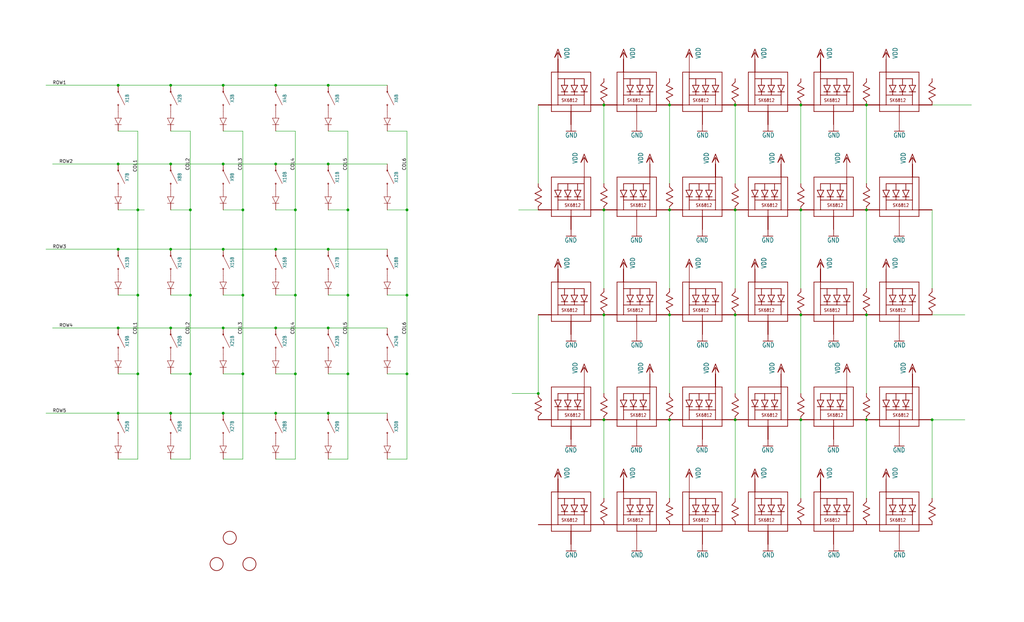
<source format=kicad_sch>
(kicad_sch (version 20211123) (generator eeschema)
  (paper "User" 396.24 240.843)
  (lib_symbols
    (symbol "eagleSchem-eagle-import:FIDUCIAL")
    (symbol "eagleSchem-eagle-import:GND" (power)
      (property "Value" "GND" (at -2.54 -2.54 0))
      (symbol "GND_1_0"
        (pin power_in line (at 0 2.54 270) (length 2.54) (name "GND") (number "1"))
      )
    )
    (symbol "eagleSchem-eagle-import:KAILH_SOCKET_TILE"
      (property "Reference" "X" (at -2.54 2.54 0))
      (property "Value" "KAILH_SOCKET_TILE" (at -2.54 -2.54 0))
      (symbol "KAILH_SOCKET_TILE_1_0"
        (text "SK6812" (at 3.81 -2.54 0) (effects (font (size 1.27 1.0795)) (justify right top)))
        (pin power_in line (at 5.08 12.7 270) (length 5.08) (name "VDD") (number "1-VDD"))
        (pin output line (at 12.7 -5.08 180) (length 5.08) (name "DO") (number "2-DOUT"))
        (pin power_in line (at 0 -12.7 90) (length 5.08) (name "GND") (number "3-GND"))
        (pin input line (at -12.7 -5.08 0) (length 5.08) (name "DI") (number "4-DIN"))
        (pin power_in line (at 5.08 12.7 270) (length 5.08) (name "VDD") (number "C+"))
        (pin power_in line (at 0 -12.7 90) (length 5.08) (name "GND") (number "C-"))
        (pin input line (at -12.7 -5.08 0) (length 5.08) (name "DI") (number "DIN"))
        (pin input line (at -12.7 -5.08 0) (length 5.08) (name "DI") (number "DIN1"))
        (pin input line (at -12.7 5.08 270) (length 0) (name "DI1") (number "DIN_C"))
        (pin input line (at -12.7 5.08 270) (length 0) (name "DI1") (number "DIN_C1"))
        (pin output line (at 12.7 -5.08 180) (length 5.08) (name "DO") (number "DOUT"))
        (pin output line (at 12.7 -5.08 180) (length 5.08) (name "DO") (number "DOUT1"))
        (pin power_in line (at 0 -12.7 90) (length 5.08) (name "GND") (number "GND1"))
        (pin power_in line (at 0 -12.7 90) (length 5.08) (name "GND") (number "GND2"))
        (pin power_in line (at 5.08 12.7 270) (length 5.08) (name "VDD") (number "VDD1"))
        (pin power_in line (at 5.08 12.7 270) (length 5.08) (name "VDD") (number "VDD2"))
      )
      (symbol "KAILH_SOCKET_TILE_2_0"
        (pin bidirectional line (at -5.08 0 0) (length 2.54) (name "SW_A") (number "A"))
        (pin bidirectional line (at -5.08 0 0) (length 2.54) (name "SW_A") (number "A1"))
        (pin bidirectional line (at -5.08 0 0) (length 2.54) (name "SW_A") (number "A2"))
        (pin bidirectional line (at 12.7 0 180) (length 2.54) (name "SW_C") (number "C"))
        (pin bidirectional line (at 12.7 0 180) (length 2.54) (name "SW_C") (number "C1"))
        (pin bidirectional line (at 12.7 0 180) (length 2.54) (name "SW_C") (number "C2"))
        (pin bidirectional line (at 5.08 0 90) (length 0) (name "DA") (number "D+"))
        (pin bidirectional line (at 5.08 0 90) (length 0) (name "DA") (number "DA"))
      )
    )
    (symbol "eagleSchem-eagle-import:KAILH_SOCKET_TILE_REVERSE"
      (property "Reference" "X" (at -2.54 2.54 0))
      (property "Value" "KAILH_SOCKET_TILE_REVERSE" (at -2.54 -2.54 0))
      (symbol "KAILH_SOCKET_TILE_REVERSE_1_0"
        (text "SK6812" (at 3.81 -2.54 0) (effects (font (size 1.27 1.0795)) (justify right top)))
        (pin power_in line (at 5.08 12.7 270) (length 5.08) (name "VDD") (number "1-VDD"))
        (pin output line (at 12.7 -5.08 180) (length 5.08) (name "DO") (number "2-DOUT"))
        (pin power_in line (at 0 -12.7 90) (length 5.08) (name "GND") (number "3-GND"))
        (pin input line (at -12.7 -5.08 0) (length 5.08) (name "DI") (number "4-DIN"))
        (pin power_in line (at 5.08 12.7 270) (length 5.08) (name "VDD") (number "C+"))
        (pin power_in line (at 0 -12.7 90) (length 5.08) (name "GND") (number "C-"))
        (pin input line (at -12.7 -5.08 0) (length 5.08) (name "DI") (number "DIN"))
        (pin input line (at -12.7 -5.08 0) (length 5.08) (name "DI") (number "DIN1"))
        (pin input line (at -12.7 5.08 270) (length 0) (name "DI1") (number "DIN_C"))
        (pin input line (at -12.7 5.08 270) (length 0) (name "DI1") (number "DIN_C1"))
        (pin output line (at 12.7 -5.08 180) (length 5.08) (name "DO") (number "DOUT"))
        (pin output line (at 12.7 -5.08 180) (length 5.08) (name "DO") (number "DOUT1"))
        (pin power_in line (at 0 -12.7 90) (length 5.08) (name "GND") (number "GND1"))
        (pin power_in line (at 0 -12.7 90) (length 5.08) (name "GND") (number "GND2"))
        (pin power_in line (at 5.08 12.7 270) (length 5.08) (name "VDD") (number "VDD1"))
        (pin power_in line (at 5.08 12.7 270) (length 5.08) (name "VDD") (number "VDD2"))
      )
      (symbol "KAILH_SOCKET_TILE_REVERSE_2_0"
        (pin bidirectional line (at -5.08 0 0) (length 2.54) (name "SW_A") (number "A"))
        (pin bidirectional line (at -5.08 0 0) (length 2.54) (name "SW_A") (number "A1"))
        (pin bidirectional line (at -5.08 0 0) (length 2.54) (name "SW_A") (number "A2"))
        (pin bidirectional line (at 12.7 0 180) (length 2.54) (name "SW_C") (number "C"))
        (pin bidirectional line (at 12.7 0 180) (length 2.54) (name "SW_C") (number "C1"))
        (pin bidirectional line (at 12.7 0 180) (length 2.54) (name "SW_C") (number "C2"))
        (pin bidirectional line (at 5.08 0 90) (length 0) (name "DA") (number "D+"))
        (pin bidirectional line (at 5.08 0 90) (length 0) (name "DA") (number "DA"))
      )
    )
    (symbol "eagleSchem-eagle-import:VDD" (power)
      (property "Value" "VDD" (at -2.54 -2.54 90))
      (symbol "VDD_1_0"
        (pin power_in line (at 0 -2.54 90) (length 2.54) (name "VDD") (number "1"))
      )
    )
  )
  (junction (at 66.04 33.02))
  (junction (at 66.04 96.52))
  (junction (at 284.48 81.28))
  (junction (at 53.34 114.3))
  (junction (at 73.66 114.3))
  (junction (at 86.36 96.52))
  (junction (at 127 63.5))
  (junction (at 284.48 121.92))
  (junction (at 134.62 144.78))
  (junction (at 86.36 127))
  (junction (at 53.34 81.28))
  (junction (at 259.08 40.64))
  (junction (at 233.68 162.56))
  (junction (at 66.04 160.02))
  (junction (at 45.72 33.02))
  (junction (at 335.28 40.64))
  (junction (at 106.68 33.02))
  (junction (at 73.66 144.78))
  (junction (at 106.68 127))
  (junction (at 86.36 33.02))
  (junction (at 233.68 40.64))
  (junction (at 309.88 162.56))
  (junction (at 114.3 81.28))
  (junction (at 106.68 160.02))
  (junction (at 335.28 81.28))
  (junction (at 45.72 63.5))
  (junction (at 127 96.52))
  (junction (at 157.48 81.28))
  (junction (at 127 160.02))
  (junction (at 259.08 121.92))
  (junction (at 45.72 160.02))
  (junction (at 309.88 81.28))
  (junction (at 93.98 81.28))
  (junction (at 134.62 114.3))
  (junction (at 127 127))
  (junction (at 73.66 81.28))
  (junction (at 259.08 81.28))
  (junction (at 45.72 96.52))
  (junction (at 360.68 162.56))
  (junction (at 106.68 63.5))
  (junction (at 106.68 96.52))
  (junction (at 93.98 144.78))
  (junction (at 157.48 114.3))
  (junction (at 335.28 121.92))
  (junction (at 66.04 63.5))
  (junction (at 114.3 114.3))
  (junction (at 259.08 162.56))
  (junction (at 208.28 152.4))
  (junction (at 233.68 121.92))
  (junction (at 45.72 127))
  (junction (at 335.28 162.56))
  (junction (at 66.04 127))
  (junction (at 53.34 144.78))
  (junction (at 284.48 162.56))
  (junction (at 93.98 114.3))
  (junction (at 233.68 81.28))
  (junction (at 86.36 160.02))
  (junction (at 157.48 144.78))
  (junction (at 309.88 40.64))
  (junction (at 86.36 63.5))
  (junction (at 284.48 40.64))
  (junction (at 309.88 121.92))
  (junction (at 114.3 144.78))
  (junction (at 134.62 81.28))
  (junction (at 127 33.02))
  (wire (pts (xy 259.08 121.92) (xy 259.08 152.4)))
  (wire (pts (xy 360.68 121.92) (xy 373.38 121.92)))
  (wire (pts (xy 233.68 40.64) (xy 233.68 71.12)))
  (wire (pts (xy 106.68 127) (xy 86.36 127)))
  (wire (pts (xy 45.72 160.02) (xy 66.04 160.02)))
  (wire (pts (xy 45.72 33.02) (xy 17.78 33.02)))
  (wire (pts (xy 86.36 177.8) (xy 93.98 177.8)))
  (wire (pts (xy 106.68 33.02) (xy 127 33.02)))
  (wire (pts (xy 66.04 114.3) (xy 73.66 114.3)))
  (wire (pts (xy 127 177.8) (xy 134.62 177.8)))
  (wire (pts (xy 106.68 160.02) (xy 86.36 160.02)))
  (wire (pts (xy 86.36 114.3) (xy 93.98 114.3)))
  (wire (pts (xy 127 114.3) (xy 134.62 114.3)))
  (wire (pts (xy 45.72 50.8) (xy 53.34 50.8)))
  (wire (pts (xy 45.72 96.52) (xy 66.04 96.52)))
  (wire (pts (xy 233.68 162.56) (xy 233.68 193.04)))
  (wire (pts (xy 45.72 127) (xy 20.32 127)))
  (wire (pts (xy 208.28 81.28) (xy 200.66 81.28)))
  (wire (pts (xy 259.08 40.64) (xy 259.08 71.12)))
  (wire (pts (xy 134.62 144.78) (xy 134.62 177.8)))
  (wire (pts (xy 66.04 81.28) (xy 73.66 81.28)))
  (wire (pts (xy 45.72 96.52) (xy 17.78 96.52)))
  (wire (pts (xy 45.72 63.5) (xy 20.32 63.5)))
  (wire (pts (xy 149.86 114.3) (xy 157.48 114.3)))
  (wire (pts (xy 45.72 177.8) (xy 53.34 177.8)))
  (wire (pts (xy 134.62 50.8) (xy 134.62 81.28)))
  (wire (pts (xy 53.34 50.8) (xy 53.34 81.28)))
  (wire (pts (xy 106.68 160.02) (xy 127 160.02)))
  (wire (pts (xy 208.28 121.92) (xy 208.28 152.4)))
  (wire (pts (xy 284.48 81.28) (xy 284.48 111.76)))
  (wire (pts (xy 114.3 114.3) (xy 114.3 144.78)))
  (wire (pts (xy 335.28 40.64) (xy 335.28 71.12)))
  (wire (pts (xy 127 144.78) (xy 134.62 144.78)))
  (wire (pts (xy 233.68 121.92) (xy 233.68 152.4)))
  (wire (pts (xy 157.48 50.8) (xy 157.48 81.28)))
  (wire (pts (xy 53.34 81.28) (xy 53.34 114.3)))
  (wire (pts (xy 259.08 162.56) (xy 259.08 193.04)))
  (wire (pts (xy 86.36 50.8) (xy 93.98 50.8)))
  (wire (pts (xy 127 96.52) (xy 149.86 96.52)))
  (wire (pts (xy 66.04 50.8) (xy 73.66 50.8)))
  (wire (pts (xy 106.68 96.52) (xy 86.36 96.52)))
  (wire (pts (xy 127 33.02) (xy 149.86 33.02)))
  (wire (pts (xy 309.88 81.28) (xy 309.88 111.76)))
  (wire (pts (xy 53.34 81.28) (xy 55.88 81.28)))
  (wire (pts (xy 335.28 162.56) (xy 335.28 193.04)))
  (wire (pts (xy 149.86 63.5) (xy 127 63.5)))
  (wire (pts (xy 66.04 177.8) (xy 73.66 177.8)))
  (wire (pts (xy 66.04 127) (xy 86.36 127)))
  (wire (pts (xy 66.04 63.5) (xy 45.72 63.5)))
  (wire (pts (xy 45.72 81.28) (xy 53.34 81.28)))
  (wire (pts (xy 106.68 50.8) (xy 114.3 50.8)))
  (wire (pts (xy 73.66 144.78) (xy 73.66 177.8)))
  (wire (pts (xy 53.34 114.3) (xy 53.34 144.78)))
  (wire (pts (xy 106.68 177.8) (xy 114.3 177.8)))
  (wire (pts (xy 360.68 40.64) (xy 375.92 40.64)))
  (wire (pts (xy 157.48 114.3) (xy 157.48 144.78)))
  (wire (pts (xy 106.68 33.02) (xy 86.36 33.02)))
  (wire (pts (xy 66.04 144.78) (xy 73.66 144.78)))
  (wire (pts (xy 127 96.52) (xy 106.68 96.52)))
  (wire (pts (xy 360.68 81.28) (xy 360.68 111.76)))
  (wire (pts (xy 208.28 40.64) (xy 208.28 71.12)))
  (wire (pts (xy 149.86 127) (xy 127 127)))
  (wire (pts (xy 360.68 162.56) (xy 373.38 162.56)))
  (wire (pts (xy 93.98 114.3) (xy 93.98 144.78)))
  (wire (pts (xy 106.68 63.5) (xy 86.36 63.5)))
  (wire (pts (xy 66.04 33.02) (xy 86.36 33.02)))
  (wire (pts (xy 233.68 111.76) (xy 233.68 81.28)))
  (wire (pts (xy 127 160.02) (xy 149.86 160.02)))
  (wire (pts (xy 127 81.28) (xy 134.62 81.28)))
  (wire (pts (xy 335.28 81.28) (xy 335.28 111.76)))
  (wire (pts (xy 66.04 160.02) (xy 86.36 160.02)))
  (wire (pts (xy 360.68 193.04) (xy 360.68 162.56)))
  (wire (pts (xy 149.86 81.28) (xy 157.48 81.28)))
  (wire (pts (xy 149.86 177.8) (xy 157.48 177.8)))
  (wire (pts (xy 93.98 50.8) (xy 93.98 81.28)))
  (wire (pts (xy 53.34 144.78) (xy 53.34 177.8)))
  (wire (pts (xy 93.98 81.28) (xy 93.98 114.3)))
  (wire (pts (xy 86.36 81.28) (xy 93.98 81.28)))
  (wire (pts (xy 66.04 63.5) (xy 86.36 63.5)))
  (wire (pts (xy 45.72 33.02) (xy 66.04 33.02)))
  (wire (pts (xy 66.04 96.52) (xy 86.36 96.52)))
  (wire (pts (xy 106.68 114.3) (xy 114.3 114.3)))
  (wire (pts (xy 284.48 121.92) (xy 284.48 152.4)))
  (wire (pts (xy 45.72 144.78) (xy 53.34 144.78)))
  (wire (pts (xy 134.62 114.3) (xy 134.62 144.78)))
  (wire (pts (xy 93.98 144.78) (xy 93.98 177.8)))
  (wire (pts (xy 73.66 114.3) (xy 73.66 81.28)))
  (wire (pts (xy 73.66 50.8) (xy 73.66 81.28)))
  (wire (pts (xy 284.48 40.64) (xy 284.48 71.12)))
  (wire (pts (xy 127 50.8) (xy 134.62 50.8)))
  (wire (pts (xy 149.86 50.8) (xy 157.48 50.8)))
  (wire (pts (xy 114.3 81.28) (xy 114.3 114.3)))
  (wire (pts (xy 45.72 160.02) (xy 17.78 160.02)))
  (wire (pts (xy 127 127) (xy 106.68 127)))
  (wire (pts (xy 45.72 114.3) (xy 53.34 114.3)))
  (wire (pts (xy 73.66 114.3) (xy 73.66 144.78)))
  (wire (pts (xy 127 63.5) (xy 106.68 63.5)))
  (wire (pts (xy 106.68 81.28) (xy 114.3 81.28)))
  (wire (pts (xy 259.08 81.28) (xy 259.08 111.76)))
  (wire (pts (xy 114.3 144.78) (xy 114.3 177.8)))
  (wire (pts (xy 309.88 162.56) (xy 309.88 193.04)))
  (wire (pts (xy 157.48 81.28) (xy 157.48 114.3)))
  (wire (pts (xy 106.68 144.78) (xy 114.3 144.78)))
  (wire (pts (xy 66.04 127) (xy 45.72 127)))
  (wire (pts (xy 134.62 81.28) (xy 134.62 114.3)))
  (wire (pts (xy 149.86 144.78) (xy 157.48 144.78)))
  (wire (pts (xy 157.48 144.78) (xy 157.48 177.8)))
  (wire (pts (xy 309.88 40.64) (xy 309.88 71.12)))
  (wire (pts (xy 335.28 121.92) (xy 335.28 152.4)))
  (wire (pts (xy 114.3 50.8) (xy 114.3 81.28)))
  (wire (pts (xy 309.88 121.92) (xy 309.88 152.4)))
  (wire (pts (xy 284.48 193.04) (xy 284.48 162.56)))
  (wire (pts (xy 208.28 152.4) (xy 198.12 152.4)))
  (wire (pts (xy 86.36 144.78) (xy 93.98 144.78)))
  (label "COL5" (at 134.62 129.54 90) (effects (font (size 1.2446 1.2446))))
  (label "ROW3" (at 20.32 96.52 0) (effects (font (size 1.2446 1.2446))))
  (label "COL2" (at 73.66 129.54 90) (effects (font (size 1.2446 1.2446))))
  (label "COL6" (at 157.48 66.04 90) (effects (font (size 1.2446 1.2446))))
  (label "COL2" (at 73.66 66.04 90) (effects (font (size 1.2446 1.2446))))
  (label "COL3" (at 93.98 129.54 90) (effects (font (size 1.2446 1.2446))))
  (label "COL3" (at 93.98 66.04 90) (effects (font (size 1.2446 1.2446))))
  (label "COL4" (at 114.3 66.04 90) (effects (font (size 1.2446 1.2446))))
  (label "ROW1" (at 20.32 33.02 0) (effects (font (size 1.2446 1.2446))))
  (label "COL6" (at 157.48 129.54 90) (effects (font (size 1.2446 1.2446))))
  (label "COL1" (at 53.34 129.54 90) (effects (font (size 1.2446 1.2446))))
  (label "COL5" (at 134.62 66.04 90) (effects (font (size 1.2446 1.2446))))
  (label "ROW5" (at 20.32 160.02 0) (effects (font (size 1.2446 1.2446))))
  (label "COL1" (at 53.34 66.675 90) (effects (font (size 1.2446 1.2446))))
  (label "COL4" (at 114.3 129.54 90) (effects (font (size 1.2446 1.2446))))
  (label "ROW2" (at 22.86 63.5 0) (effects (font (size 1.2446 1.2446))))
  (label "ROW4" (at 22.86 127 0) (effects (font (size 1.2446 1.2446))))
  (symbol (lib_id "eagleSchem-eagle-import:GND") (at 322.58 213.36 0) (mirror y) (unit 1)
    (property "Reference" "#GND29" (effects hide))
    (property "Value" "GND" (at 325.12 215.9 0) (effects (font (size 1.778 1.5113)) (justify left bottom)))
    (property "Footprint" "eagleSchem:" (effects hide))
  )
  (symbol (lib_id "eagleSchem-eagle-import:KAILH_SOCKET_TILE") (at 127 38.1 270) (unit 2)
    (property "Reference" "X5" (at 129.794 38.1 0) (effects (font (size 1.27 1.0795)) (justify bottom)))
    (property "Value" "KAILH_SOCKET_TILE" (effects hide))
    (property "Footprint" "eagleSchem:KAILH_SOCKET_TILE" (effects hide))
  )
  (symbol (lib_id "eagleSchem-eagle-import:VDD") (at 292.1 101.6 0) (mirror y) (unit 1)
    (property "Reference" "#VDD16" (effects hide))
    (property "Value" "VDD" (at 294.64 104.14 90) (effects (font (size 1.778 1.5113)) (justify left bottom)))
    (property "Footprint" "eagleSchem:" (effects hide))
  )
  (symbol (lib_id "eagleSchem-eagle-import:VDD") (at 302.26 142.24 0) (unit 1)
    (property "Reference" "#VDD22" (effects hide))
    (property "Value" "VDD" (at 299.72 144.78 90) (effects (font (size 1.778 1.5113)) (justify left bottom)))
    (property "Footprint" "eagleSchem:" (effects hide))
  )
  (symbol (lib_id "eagleSchem-eagle-import:KAILH_SOCKET_TILE") (at 66.04 165.1 270) (unit 2)
    (property "Reference" "X26" (at 68.834 165.1 0) (effects (font (size 1.27 1.0795)) (justify bottom)))
    (property "Value" "KAILH_SOCKET_TILE" (effects hide))
    (property "Footprint" "eagleSchem:KAILH_SOCKET_TILE" (effects hide))
  )
  (symbol (lib_id "eagleSchem-eagle-import:KAILH_SOCKET_TILE_REVERSE") (at 271.78 157.48 0) (unit 1)
    (property "Reference" "X21" (effects hide))
    (property "Value" "KAILH_SOCKET_TILE_REVERSE" (effects hide))
    (property "Footprint" "eagleSchem:KAILH_SOCKET_TILE_REV" (effects hide))
  )
  (symbol (lib_id "eagleSchem-eagle-import:KAILH_SOCKET_TILE_REVERSE") (at 149.86 132.08 270) (unit 2)
    (property "Reference" "X24" (at 152.654 132.08 0) (effects (font (size 1.27 1.0795)) (justify bottom)))
    (property "Value" "KAILH_SOCKET_TILE_REVERSE" (effects hide))
    (property "Footprint" "eagleSchem:KAILH_SOCKET_TILE_REV" (effects hide))
  )
  (symbol (lib_id "eagleSchem-eagle-import:VDD") (at 342.9 182.88 0) (mirror y) (unit 1)
    (property "Reference" "#VDD30" (effects hide))
    (property "Value" "VDD" (at 345.44 185.42 90) (effects (font (size 1.778 1.5113)) (justify left bottom)))
    (property "Footprint" "eagleSchem:" (effects hide))
  )
  (symbol (lib_id "eagleSchem-eagle-import:KAILH_SOCKET_TILE_REVERSE") (at 322.58 157.48 0) (unit 1)
    (property "Reference" "X23" (effects hide))
    (property "Value" "KAILH_SOCKET_TILE_REVERSE" (effects hide))
    (property "Footprint" "eagleSchem:KAILH_SOCKET_TILE_REV" (effects hide))
  )
  (symbol (lib_id "eagleSchem-eagle-import:KAILH_SOCKET_TILE") (at 246.38 198.12 0) (mirror y) (unit 1)
    (property "Reference" "X26" (effects hide))
    (property "Value" "KAILH_SOCKET_TILE" (effects hide))
    (property "Footprint" "eagleSchem:KAILH_SOCKET_TILE" (effects hide))
  )
  (symbol (lib_id "eagleSchem-eagle-import:KAILH_SOCKET_TILE_REVERSE") (at 149.86 68.58 270) (unit 2)
    (property "Reference" "X12" (at 152.654 68.58 0) (effects (font (size 1.27 1.0795)) (justify bottom)))
    (property "Value" "KAILH_SOCKET_TILE_REVERSE" (effects hide))
    (property "Footprint" "eagleSchem:KAILH_SOCKET_TILE_REV" (effects hide))
  )
  (symbol (lib_id "eagleSchem-eagle-import:VDD") (at 342.9 20.32 0) (mirror y) (unit 1)
    (property "Reference" "#VDD6" (effects hide))
    (property "Value" "VDD" (at 345.44 22.86 90) (effects (font (size 1.778 1.5113)) (justify left bottom)))
    (property "Footprint" "eagleSchem:" (effects hide))
  )
  (symbol (lib_id "eagleSchem-eagle-import:KAILH_SOCKET_TILE") (at 149.86 165.1 270) (unit 2)
    (property "Reference" "X30" (at 152.654 165.1 0) (effects (font (size 1.27 1.0795)) (justify bottom)))
    (property "Value" "KAILH_SOCKET_TILE" (effects hide))
    (property "Footprint" "eagleSchem:KAILH_SOCKET_TILE" (effects hide))
  )
  (symbol (lib_id "eagleSchem-eagle-import:KAILH_SOCKET_TILE") (at 86.36 101.6 270) (unit 2)
    (property "Reference" "X15" (at 89.154 101.6 0) (effects (font (size 1.27 1.0795)) (justify bottom)))
    (property "Value" "KAILH_SOCKET_TILE" (effects hide))
    (property "Footprint" "eagleSchem:KAILH_SOCKET_TILE" (effects hide))
  )
  (symbol (lib_id "eagleSchem-eagle-import:KAILH_SOCKET_TILE") (at 106.68 165.1 270) (unit 2)
    (property "Reference" "X28" (at 109.474 165.1 0) (effects (font (size 1.27 1.0795)) (justify bottom)))
    (property "Value" "KAILH_SOCKET_TILE" (effects hide))
    (property "Footprint" "eagleSchem:KAILH_SOCKET_TILE" (effects hide))
  )
  (symbol (lib_id "eagleSchem-eagle-import:KAILH_SOCKET_TILE_REVERSE") (at 45.72 68.58 270) (unit 2)
    (property "Reference" "X7" (at 48.514 68.58 0) (effects (font (size 1.27 1.0795)) (justify bottom)))
    (property "Value" "KAILH_SOCKET_TILE_REVERSE" (effects hide))
    (property "Footprint" "eagleSchem:KAILH_SOCKET_TILE_REV" (effects hide))
  )
  (symbol (lib_id "eagleSchem-eagle-import:GND") (at 347.98 213.36 0) (mirror y) (unit 1)
    (property "Reference" "#GND30" (effects hide))
    (property "Value" "GND" (at 350.52 215.9 0) (effects (font (size 1.778 1.5113)) (justify left bottom)))
    (property "Footprint" "eagleSchem:" (effects hide))
  )
  (symbol (lib_id "eagleSchem-eagle-import:KAILH_SOCKET_TILE") (at 347.98 198.12 0) (mirror y) (unit 1)
    (property "Reference" "X30" (effects hide))
    (property "Value" "KAILH_SOCKET_TILE" (effects hide))
    (property "Footprint" "eagleSchem:KAILH_SOCKET_TILE" (effects hide))
  )
  (symbol (lib_id "eagleSchem-eagle-import:VDD") (at 215.9 20.32 0) (mirror y) (unit 1)
    (property "Reference" "#VDD1" (effects hide))
    (property "Value" "VDD" (at 218.44 22.86 90) (effects (font (size 1.778 1.5113)) (justify left bottom)))
    (property "Footprint" "eagleSchem:" (effects hide))
  )
  (symbol (lib_id "eagleSchem-eagle-import:GND") (at 347.98 172.72 0) (unit 1)
    (property "Reference" "#GND24" (effects hide))
    (property "Value" "GND" (at 345.44 175.26 0) (effects (font (size 1.778 1.5113)) (justify left bottom)))
    (property "Footprint" "eagleSchem:" (effects hide))
  )
  (symbol (lib_id "eagleSchem-eagle-import:KAILH_SOCKET_TILE_REVERSE") (at 86.36 132.08 270) (unit 2)
    (property "Reference" "X21" (at 89.154 132.08 0) (effects (font (size 1.27 1.0795)) (justify bottom)))
    (property "Value" "KAILH_SOCKET_TILE_REVERSE" (effects hide))
    (property "Footprint" "eagleSchem:KAILH_SOCKET_TILE_REV" (effects hide))
  )
  (symbol (lib_id "eagleSchem-eagle-import:KAILH_SOCKET_TILE") (at 127 101.6 270) (unit 2)
    (property "Reference" "X17" (at 129.794 101.6 0) (effects (font (size 1.27 1.0795)) (justify bottom)))
    (property "Value" "KAILH_SOCKET_TILE" (effects hide))
    (property "Footprint" "eagleSchem:KAILH_SOCKET_TILE" (effects hide))
  )
  (symbol (lib_id "eagleSchem-eagle-import:VDD") (at 292.1 182.88 0) (mirror y) (unit 1)
    (property "Reference" "#VDD28" (effects hide))
    (property "Value" "VDD" (at 294.64 185.42 90) (effects (font (size 1.778 1.5113)) (justify left bottom)))
    (property "Footprint" "eagleSchem:" (effects hide))
  )
  (symbol (lib_id "eagleSchem-eagle-import:VDD") (at 317.5 101.6 0) (mirror y) (unit 1)
    (property "Reference" "#VDD17" (effects hide))
    (property "Value" "VDD" (at 320.04 104.14 90) (effects (font (size 1.778 1.5113)) (justify left bottom)))
    (property "Footprint" "eagleSchem:" (effects hide))
  )
  (symbol (lib_id "eagleSchem-eagle-import:VDD") (at 241.3 182.88 0) (mirror y) (unit 1)
    (property "Reference" "#VDD26" (effects hide))
    (property "Value" "VDD" (at 243.84 185.42 90) (effects (font (size 1.778 1.5113)) (justify left bottom)))
    (property "Footprint" "eagleSchem:" (effects hide))
  )
  (symbol (lib_id "eagleSchem-eagle-import:KAILH_SOCKET_TILE") (at 66.04 101.6 270) (unit 2)
    (property "Reference" "X14" (at 68.834 101.6 0) (effects (font (size 1.27 1.0795)) (justify bottom)))
    (property "Value" "KAILH_SOCKET_TILE" (effects hide))
    (property "Footprint" "eagleSchem:KAILH_SOCKET_TILE" (effects hide))
  )
  (symbol (lib_id "eagleSchem-eagle-import:KAILH_SOCKET_TILE") (at 106.68 38.1 270) (unit 2)
    (property "Reference" "X4" (at 109.474 38.1 0) (effects (font (size 1.27 1.0795)) (justify bottom)))
    (property "Value" "KAILH_SOCKET_TILE" (effects hide))
    (property "Footprint" "eagleSchem:KAILH_SOCKET_TILE" (effects hide))
  )
  (symbol (lib_id "eagleSchem-eagle-import:KAILH_SOCKET_TILE") (at 66.04 38.1 270) (unit 2)
    (property "Reference" "X2" (at 68.834 38.1 0) (effects (font (size 1.27 1.0795)) (justify bottom)))
    (property "Value" "KAILH_SOCKET_TILE" (effects hide))
    (property "Footprint" "eagleSchem:KAILH_SOCKET_TILE" (effects hide))
  )
  (symbol (lib_id "eagleSchem-eagle-import:GND") (at 271.78 132.08 0) (mirror y) (unit 1)
    (property "Reference" "#GND15" (effects hide))
    (property "Value" "GND" (at 274.32 134.62 0) (effects (font (size 1.778 1.5113)) (justify left bottom)))
    (property "Footprint" "eagleSchem:" (effects hide))
  )
  (symbol (lib_id "eagleSchem-eagle-import:KAILH_SOCKET_TILE") (at 246.38 35.56 0) (mirror y) (unit 1)
    (property "Reference" "X2" (effects hide))
    (property "Value" "KAILH_SOCKET_TILE" (effects hide))
    (property "Footprint" "eagleSchem:KAILH_SOCKET_TILE" (effects hide))
  )
  (symbol (lib_id "eagleSchem-eagle-import:KAILH_SOCKET_TILE") (at 149.86 101.6 270) (unit 2)
    (property "Reference" "X18" (at 152.654 101.6 0) (effects (font (size 1.27 1.0795)) (justify bottom)))
    (property "Value" "KAILH_SOCKET_TILE" (effects hide))
    (property "Footprint" "eagleSchem:KAILH_SOCKET_TILE" (effects hide))
  )
  (symbol (lib_id "eagleSchem-eagle-import:GND") (at 297.18 132.08 0) (mirror y) (unit 1)
    (property "Reference" "#GND16" (effects hide))
    (property "Value" "GND" (at 299.72 134.62 0) (effects (font (size 1.778 1.5113)) (justify left bottom)))
    (property "Footprint" "eagleSchem:" (effects hide))
  )
  (symbol (lib_id "eagleSchem-eagle-import:GND") (at 220.98 172.72 0) (unit 1)
    (property "Reference" "#GND19" (effects hide))
    (property "Value" "GND" (at 218.44 175.26 0) (effects (font (size 1.778 1.5113)) (justify left bottom)))
    (property "Footprint" "eagleSchem:" (effects hide))
  )
  (symbol (lib_id "eagleSchem-eagle-import:GND") (at 271.78 172.72 0) (unit 1)
    (property "Reference" "#GND21" (effects hide))
    (property "Value" "GND" (at 269.24 175.26 0) (effects (font (size 1.778 1.5113)) (justify left bottom)))
    (property "Footprint" "eagleSchem:" (effects hide))
  )
  (symbol (lib_id "eagleSchem-eagle-import:VDD") (at 251.46 142.24 0) (unit 1)
    (property "Reference" "#VDD20" (effects hide))
    (property "Value" "VDD" (at 248.92 144.78 90) (effects (font (size 1.778 1.5113)) (justify left bottom)))
    (property "Footprint" "eagleSchem:" (effects hide))
  )
  (symbol (lib_id "eagleSchem-eagle-import:KAILH_SOCKET_TILE_REVERSE") (at 347.98 76.2 0) (unit 1)
    (property "Reference" "X12" (effects hide))
    (property "Value" "KAILH_SOCKET_TILE_REVERSE" (effects hide))
    (property "Footprint" "eagleSchem:KAILH_SOCKET_TILE_REV" (effects hide))
  )
  (symbol (lib_id "eagleSchem-eagle-import:VDD") (at 317.5 182.88 0) (mirror y) (unit 1)
    (property "Reference" "#VDD29" (effects hide))
    (property "Value" "VDD" (at 320.04 185.42 90) (effects (font (size 1.778 1.5113)) (justify left bottom)))
    (property "Footprint" "eagleSchem:" (effects hide))
  )
  (symbol (lib_id "eagleSchem-eagle-import:GND") (at 347.98 50.8 0) (mirror y) (unit 1)
    (property "Reference" "#GND6" (effects hide))
    (property "Value" "GND" (at 350.52 53.34 0) (effects (font (size 1.778 1.5113)) (justify left bottom)))
    (property "Footprint" "eagleSchem:" (effects hide))
  )
  (symbol (lib_id "eagleSchem-eagle-import:GND") (at 297.18 91.44 0) (unit 1)
    (property "Reference" "#GND10" (effects hide))
    (property "Value" "GND" (at 294.64 93.98 0) (effects (font (size 1.778 1.5113)) (justify left bottom)))
    (property "Footprint" "eagleSchem:" (effects hide))
  )
  (symbol (lib_id "eagleSchem-eagle-import:GND") (at 271.78 50.8 0) (mirror y) (unit 1)
    (property "Reference" "#GND3" (effects hide))
    (property "Value" "GND" (at 274.32 53.34 0) (effects (font (size 1.778 1.5113)) (justify left bottom)))
    (property "Footprint" "eagleSchem:" (effects hide))
  )
  (symbol (lib_id "eagleSchem-eagle-import:KAILH_SOCKET_TILE") (at 127 165.1 270) (unit 2)
    (property "Reference" "X29" (at 129.794 165.1 0) (effects (font (size 1.27 1.0795)) (justify bottom)))
    (property "Value" "KAILH_SOCKET_TILE" (effects hide))
    (property "Footprint" "eagleSchem:KAILH_SOCKET_TILE" (effects hide))
  )
  (symbol (lib_id "eagleSchem-eagle-import:VDD") (at 215.9 101.6 0) (mirror y) (unit 1)
    (property "Reference" "#VDD13" (effects hide))
    (property "Value" "VDD" (at 218.44 104.14 90) (effects (font (size 1.778 1.5113)) (justify left bottom)))
    (property "Footprint" "eagleSchem:" (effects hide))
  )
  (symbol (lib_id "eagleSchem-eagle-import:KAILH_SOCKET_TILE") (at 220.98 198.12 0) (mirror y) (unit 1)
    (property "Reference" "X25" (effects hide))
    (property "Value" "KAILH_SOCKET_TILE" (effects hide))
    (property "Footprint" "eagleSchem:KAILH_SOCKET_TILE" (effects hide))
  )
  (symbol (lib_id "eagleSchem-eagle-import:GND") (at 322.58 50.8 0) (mirror y) (unit 1)
    (property "Reference" "#GND5" (effects hide))
    (property "Value" "GND" (at 325.12 53.34 0) (effects (font (size 1.778 1.5113)) (justify left bottom)))
    (property "Footprint" "eagleSchem:" (effects hide))
  )
  (symbol (lib_id "eagleSchem-eagle-import:GND") (at 297.18 213.36 0) (mirror y) (unit 1)
    (property "Reference" "#GND28" (effects hide))
    (property "Value" "GND" (at 299.72 215.9 0) (effects (font (size 1.778 1.5113)) (justify left bottom)))
    (property "Footprint" "eagleSchem:" (effects hide))
  )
  (symbol (lib_id "eagleSchem-eagle-import:KAILH_SOCKET_TILE") (at 271.78 116.84 0) (mirror y) (unit 1)
    (property "Reference" "X15" (effects hide))
    (property "Value" "KAILH_SOCKET_TILE" (effects hide))
    (property "Footprint" "eagleSchem:KAILH_SOCKET_TILE" (effects hide))
  )
  (symbol (lib_id "eagleSchem-eagle-import:KAILH_SOCKET_TILE_REVERSE") (at 66.04 132.08 270) (unit 2)
    (property "Reference" "X20" (at 68.834 132.08 0) (effects (font (size 1.27 1.0795)) (justify bottom)))
    (property "Value" "KAILH_SOCKET_TILE_REVERSE" (effects hide))
    (property "Footprint" "eagleSchem:KAILH_SOCKET_TILE_REV" (effects hide))
  )
  (symbol (lib_id "eagleSchem-eagle-import:KAILH_SOCKET_TILE_REVERSE") (at 106.68 68.58 270) (unit 2)
    (property "Reference" "X10" (at 109.474 68.58 0) (effects (font (size 1.27 1.0795)) (justify bottom)))
    (property "Value" "KAILH_SOCKET_TILE_REVERSE" (effects hide))
    (property "Footprint" "eagleSchem:KAILH_SOCKET_TILE_REV" (effects hide))
  )
  (symbol (lib_id "eagleSchem-eagle-import:KAILH_SOCKET_TILE") (at 297.18 116.84 0) (mirror y) (unit 1)
    (property "Reference" "X16" (effects hide))
    (property "Value" "KAILH_SOCKET_TILE" (effects hide))
    (property "Footprint" "eagleSchem:KAILH_SOCKET_TILE" (effects hide))
  )
  (symbol (lib_id "eagleSchem-eagle-import:KAILH_SOCKET_TILE_REVERSE") (at 347.98 157.48 0) (unit 1)
    (property "Reference" "X24" (effects hide))
    (property "Value" "KAILH_SOCKET_TILE_REVERSE" (effects hide))
    (property "Footprint" "eagleSchem:KAILH_SOCKET_TILE_REV" (effects hide))
  )
  (symbol (lib_id "eagleSchem-eagle-import:VDD") (at 241.3 101.6 0) (mirror y) (unit 1)
    (property "Reference" "#VDD14" (effects hide))
    (property "Value" "VDD" (at 243.84 104.14 90) (effects (font (size 1.778 1.5113)) (justify left bottom)))
    (property "Footprint" "eagleSchem:" (effects hide))
  )
  (symbol (lib_id "eagleSchem-eagle-import:GND") (at 322.58 172.72 0) (unit 1)
    (property "Reference" "#GND23" (effects hide))
    (property "Value" "GND" (at 320.04 175.26 0) (effects (font (size 1.778 1.5113)) (justify left bottom)))
    (property "Footprint" "eagleSchem:" (effects hide))
  )
  (symbol (lib_id "eagleSchem-eagle-import:GND") (at 271.78 91.44 0) (unit 1)
    (property "Reference" "#GND9" (effects hide))
    (property "Value" "GND" (at 269.24 93.98 0) (effects (font (size 1.778 1.5113)) (justify left bottom)))
    (property "Footprint" "eagleSchem:" (effects hide))
  )
  (symbol (lib_id "eagleSchem-eagle-import:KAILH_SOCKET_TILE") (at 347.98 116.84 0) (mirror y) (unit 1)
    (property "Reference" "X18" (effects hide))
    (property "Value" "KAILH_SOCKET_TILE" (effects hide))
    (property "Footprint" "eagleSchem:KAILH_SOCKET_TILE" (effects hide))
  )
  (symbol (lib_id "eagleSchem-eagle-import:VDD") (at 251.46 60.96 0) (unit 1)
    (property "Reference" "#VDD8" (effects hide))
    (property "Value" "VDD" (at 248.92 63.5 90) (effects (font (size 1.778 1.5113)) (justify left bottom)))
    (property "Footprint" "eagleSchem:" (effects hide))
  )
  (symbol (lib_id "eagleSchem-eagle-import:VDD") (at 327.66 142.24 0) (unit 1)
    (property "Reference" "#VDD23" (effects hide))
    (property "Value" "VDD" (at 325.12 144.78 90) (effects (font (size 1.778 1.5113)) (justify left bottom)))
    (property "Footprint" "eagleSchem:" (effects hide))
  )
  (symbol (lib_id "eagleSchem-eagle-import:VDD") (at 215.9 182.88 0) (mirror y) (unit 1)
    (property "Reference" "#VDD25" (effects hide))
    (property "Value" "VDD" (at 218.44 185.42 90) (effects (font (size 1.778 1.5113)) (justify left bottom)))
    (property "Footprint" "eagleSchem:" (effects hide))
  )
  (symbol (lib_id "eagleSchem-eagle-import:VDD") (at 226.06 60.96 0) (unit 1)
    (property "Reference" "#VDD7" (effects hide))
    (property "Value" "VDD" (at 223.52 63.5 90) (effects (font (size 1.778 1.5113)) (justify left bottom)))
    (property "Footprint" "eagleSchem:" (effects hide))
  )
  (symbol (lib_id "eagleSchem-eagle-import:KAILH_SOCKET_TILE") (at 271.78 35.56 0) (mirror y) (unit 1)
    (property "Reference" "X3" (effects hide))
    (property "Value" "KAILH_SOCKET_TILE" (effects hide))
    (property "Footprint" "eagleSchem:KAILH_SOCKET_TILE" (effects hide))
  )
  (symbol (lib_id "eagleSchem-eagle-import:KAILH_SOCKET_TILE_REVERSE") (at 297.18 76.2 0) (unit 1)
    (property "Reference" "X10" (effects hide))
    (property "Value" "KAILH_SOCKET_TILE_REVERSE" (effects hide))
    (property "Footprint" "eagleSchem:KAILH_SOCKET_TILE_REV" (effects hide))
  )
  (symbol (lib_id "eagleSchem-eagle-import:GND") (at 322.58 132.08 0) (mirror y) (unit 1)
    (property "Reference" "#GND17" (effects hide))
    (property "Value" "GND" (at 325.12 134.62 0) (effects (font (size 1.778 1.5113)) (justify left bottom)))
    (property "Footprint" "eagleSchem:" (effects hide))
  )
  (symbol (lib_id "eagleSchem-eagle-import:KAILH_SOCKET_TILE") (at 45.72 101.6 270) (unit 2)
    (property "Reference" "X13" (at 48.514 101.6 0) (effects (font (size 1.27 1.0795)) (justify bottom)))
    (property "Value" "KAILH_SOCKET_TILE" (effects hide))
    (property "Footprint" "eagleSchem:KAILH_SOCKET_TILE" (effects hide))
  )
  (symbol (lib_id "eagleSchem-eagle-import:GND") (at 246.38 91.44 0) (unit 1)
    (property "Reference" "#GND8" (effects hide))
    (property "Value" "GND" (at 243.84 93.98 0) (effects (font (size 1.778 1.5113)) (justify left bottom)))
    (property "Footprint" "eagleSchem:" (effects hide))
  )
  (symbol (lib_id "eagleSchem-eagle-import:KAILH_SOCKET_TILE_REVERSE") (at 220.98 76.2 0) (unit 1)
    (property "Reference" "X7" (effects hide))
    (property "Value" "KAILH_SOCKET_TILE_REVERSE" (effects hide))
    (property "Footprint" "eagleSchem:KAILH_SOCKET_TILE_REV" (effects hide))
  )
  (symbol (lib_id "eagleSchem-eagle-import:GND") (at 271.78 213.36 0) (mirror y) (unit 1)
    (property "Reference" "#GND27" (effects hide))
    (property "Value" "GND" (at 274.32 215.9 0) (effects (font (size 1.778 1.5113)) (justify left bottom)))
    (property "Footprint" "eagleSchem:" (effects hide))
  )
  (symbol (lib_id "eagleSchem-eagle-import:VDD") (at 342.9 101.6 0) (mirror y) (unit 1)
    (property "Reference" "#VDD18" (effects hide))
    (property "Value" "VDD" (at 345.44 104.14 90) (effects (font (size 1.778 1.5113)) (justify left bottom)))
    (property "Footprint" "eagleSchem:" (effects hide))
  )
  (symbol (lib_id "eagleSchem-eagle-import:KAILH_SOCKET_TILE_REVERSE") (at 86.36 68.58 270) (unit 2)
    (property "Reference" "X9" (at 89.154 68.58 0) (effects (font (size 1.27 1.0795)) (justify bottom)))
    (property "Value" "KAILH_SOCKET_TILE_REVERSE" (effects hide))
    (property "Footprint" "eagleSchem:KAILH_SOCKET_TILE_REV" (effects hide))
  )
  (symbol (lib_id "eagleSchem-eagle-import:KAILH_SOCKET_TILE_REVERSE") (at 127 132.08 270) (unit 2)
    (property "Reference" "X23" (at 129.794 132.08 0) (effects (font (size 1.27 1.0795)) (justify bottom)))
    (property "Value" "KAILH_SOCKET_TILE_REVERSE" (effects hide))
    (property "Footprint" "eagleSchem:KAILH_SOCKET_TILE_REV" (effects hide))
  )
  (symbol (lib_id "eagleSchem-eagle-import:VDD") (at 276.86 142.24 0) (unit 1)
    (property "Reference" "#VDD21" (effects hide))
    (property "Value" "VDD" (at 274.32 144.78 90) (effects (font (size 1.778 1.5113)) (justify left bottom)))
    (property "Footprint" "eagleSchem:" (effects hide))
  )
  (symbol (lib_id "eagleSchem-eagle-import:KAILH_SOCKET_TILE") (at 86.36 38.1 270) (unit 2)
    (property "Reference" "X3" (at 89.154 38.1 0) (effects (font (size 1.27 1.0795)) (justify bottom)))
    (property "Value" "KAILH_SOCKET_TILE" (effects hide))
    (property "Footprint" "eagleSchem:KAILH_SOCKET_TILE" (effects hide))
  )
  (symbol (lib_id "eagleSchem-eagle-import:KAILH_SOCKET_TILE_REVERSE") (at 106.68 132.08 270) (unit 2)
    (property "Reference" "X22" (at 109.474 132.08 0) (effects (font (size 1.27 1.0795)) (justify bottom)))
    (property "Value" "KAILH_SOCKET_TILE_REVERSE" (effects hide))
    (property "Footprint" "eagleSchem:KAILH_SOCKET_TILE_REV" (effects hide))
  )
  (symbol (lib_id "eagleSchem-eagle-import:KAILH_SOCKET_TILE") (at 45.72 38.1 270) (unit 2)
    (property "Reference" "X1" (at 48.514 38.1 0) (effects (font (size 1.27 1.0795)) (justify bottom)))
    (property "Value" "KAILH_SOCKET_TILE" (effects hide))
    (property "Footprint" "eagleSchem:KAILH_SOCKET_TILE" (effects hide))
  )
  (symbol (lib_id "eagleSchem-eagle-import:GND") (at 246.38 50.8 0) (mirror y) (unit 1)
    (property "Reference" "#GND2" (effects hide))
    (property "Value" "GND" (at 248.92 53.34 0) (effects (font (size 1.778 1.5113)) (justify left bottom)))
    (property "Footprint" "eagleSchem:" (effects hide))
  )
  (symbol (lib_id "eagleSchem-eagle-import:GND") (at 322.58 91.44 0) (unit 1)
    (property "Reference" "#GND11" (effects hide))
    (property "Value" "GND" (at 320.04 93.98 0) (effects (font (size 1.778 1.5113)) (justify left bottom)))
    (property "Footprint" "eagleSchem:" (effects hide))
  )
  (symbol (lib_id "eagleSchem-eagle-import:KAILH_SOCKET_TILE") (at 322.58 198.12 0) (mirror y) (unit 1)
    (property "Reference" "X29" (effects hide))
    (property "Value" "KAILH_SOCKET_TILE" (effects hide))
    (property "Footprint" "eagleSchem:KAILH_SOCKET_TILE" (effects hide))
  )
  (symbol (lib_id "eagleSchem-eagle-import:GND") (at 220.98 132.08 0) (mirror y) (unit 1)
    (property "Reference" "#GND13" (effects hide))
    (property "Value" "GND" (at 223.52 134.62 0) (effects (font (size 1.778 1.5113)) (justify left bottom)))
    (property "Footprint" "eagleSchem:" (effects hide))
  )
  (symbol (lib_id "eagleSchem-eagle-import:GND") (at 220.98 50.8 0) (mirror y) (unit 1)
    (property "Reference" "#GND1" (effects hide))
    (property "Value" "GND" (at 223.52 53.34 0) (effects (font (size 1.778 1.5113)) (justify left bottom)))
    (property "Footprint" "eagleSchem:" (effects hide))
  )
  (symbol (lib_id "eagleSchem-eagle-import:VDD") (at 353.06 142.24 0) (unit 1)
    (property "Reference" "#VDD24" (effects hide))
    (property "Value" "VDD" (at 350.52 144.78 90) (effects (font (size 1.778 1.5113)) (justify left bottom)))
    (property "Footprint" "eagleSchem:" (effects hide))
  )
  (symbol (lib_id "eagleSchem-eagle-import:KAILH_SOCKET_TILE") (at 149.86 38.1 270) (unit 2)
    (property "Reference" "X6" (at 152.654 38.1 0) (effects (font (size 1.27 1.0795)) (justify bottom)))
    (property "Value" "KAILH_SOCKET_TILE" (effects hide))
    (property "Footprint" "eagleSchem:KAILH_SOCKET_TILE" (effects hide))
  )
  (symbol (lib_id "eagleSchem-eagle-import:KAILH_SOCKET_TILE_REVERSE") (at 127 68.58 270) (unit 2)
    (property "Reference" "X11" (at 129.794 68.58 0) (effects (font (size 1.27 1.0795)) (justify bottom)))
    (property "Value" "KAILH_SOCKET_TILE_REVERSE" (effects hide))
    (property "Footprint" "eagleSchem:KAILH_SOCKET_TILE_REV" (effects hide))
  )
  (symbol (lib_id "eagleSchem-eagle-import:KAILH_SOCKET_TILE") (at 271.78 198.12 0) (mirror y) (unit 1)
    (property "Reference" "X27" (effects hide))
    (property "Value" "KAILH_SOCKET_TILE" (effects hide))
    (property "Footprint" "eagleSchem:KAILH_SOCKET_TILE" (effects hide))
  )
  (symbol (lib_id "eagleSchem-eagle-import:KAILH_SOCKET_TILE") (at 86.36 165.1 270) (unit 2)
    (property "Reference" "X27" (at 89.154 165.1 0) (effects (font (size 1.27 1.0795)) (justify bottom)))
    (property "Value" "KAILH_SOCKET_TILE" (effects hide))
    (property "Footprint" "eagleSchem:KAILH_SOCKET_TILE" (effects hide))
  )
  (symbol (lib_id "eagleSchem-eagle-import:GND") (at 297.18 50.8 0) (mirror y) (unit 1)
    (property "Reference" "#GND4" (effects hide))
    (property "Value" "GND" (at 299.72 53.34 0) (effects (font (size 1.778 1.5113)) (justify left bottom)))
    (property "Footprint" "eagleSchem:" (effects hide))
  )
  (symbol (lib_id "eagleSchem-eagle-import:GND") (at 246.38 132.08 0) (mirror y) (unit 1)
    (property "Reference" "#GND14" (effects hide))
    (property "Value" "GND" (at 248.92 134.62 0) (effects (font (size 1.778 1.5113)) (justify left bottom)))
    (property "Footprint" "eagleSchem:" (effects hide))
  )
  (symbol (lib_id "eagleSchem-eagle-import:GND") (at 347.98 91.44 0) (unit 1)
    (property "Reference" "#GND12" (effects hide))
    (property "Value" "GND" (at 345.44 93.98 0) (effects (font (size 1.778 1.5113)) (justify left bottom)))
    (property "Footprint" "eagleSchem:" (effects hide))
  )
  (symbol (lib_id "eagleSchem-eagle-import:VDD") (at 292.1 20.32 0) (mirror y) (unit 1)
    (property "Reference" "#VDD4" (effects hide))
    (property "Value" "VDD" (at 294.64 22.86 90) (effects (font (size 1.778 1.5113)) (justify left bottom)))
    (property "Footprint" "eagleSchem:" (effects hide))
  )
  (symbol (lib_id "eagleSchem-eagle-import:KAILH_SOCKET_TILE") (at 45.72 165.1 270) (unit 2)
    (property "Reference" "X25" (at 48.514 165.1 0) (effects (font (size 1.27 1.0795)) (justify bottom)))
    (property "Value" "KAILH_SOCKET_TILE" (effects hide))
    (property "Footprint" "eagleSchem:KAILH_SOCKET_TILE" (effects hide))
  )
  (symbol (lib_id "eagleSchem-eagle-import:VDD") (at 302.26 60.96 0) (unit 1)
    (property "Reference" "#VDD10" (effects hide))
    (property "Value" "VDD" (at 299.72 63.5 90) (effects (font (size 1.778 1.5113)) (justify left bottom)))
    (property "Footprint" "eagleSchem:" (effects hide))
  )
  (symbol (lib_id "eagleSchem-eagle-import:KAILH_SOCKET_TILE") (at 322.58 35.56 0) (mirror y) (unit 1)
    (property "Reference" "X5" (effects hide))
    (property "Value" "KAILH_SOCKET_TILE" (effects hide))
    (property "Footprint" "eagleSchem:KAILH_SOCKET_TILE" (effects hide))
  )
  (symbol (lib_id "eagleSchem-eagle-import:VDD") (at 226.06 142.24 0) (unit 1)
    (property "Reference" "#VDD19" (effects hide))
    (property "Value" "VDD" (at 223.52 144.78 90) (effects (font (size 1.778 1.5113)) (justify left bottom)))
    (property "Footprint" "eagleSchem:" (effects hide))
  )
  (symbol (lib_id "eagleSchem-eagle-import:VDD") (at 241.3 20.32 0) (mirror y) (unit 1)
    (property "Reference" "#VDD2" (effects hide))
    (property "Value" "VDD" (at 243.84 22.86 90) (effects (font (size 1.778 1.5113)) (justify left bottom)))
    (property "Footprint" "eagleSchem:" (effects hide))
  )
  (symbol (lib_id "eagleSchem-eagle-import:KAILH_SOCKET_TILE") (at 220.98 116.84 0) (mirror y) (unit 1)
    (property "Reference" "X13" (effects hide))
    (property "Value" "KAILH_SOCKET_TILE" (effects hide))
    (property "Footprint" "eagleSchem:KAILH_SOCKET_TILE" (effects hide))
  )
  (symbol (lib_id "eagleSchem-eagle-import:KAILH_SOCKET_TILE") (at 246.38 116.84 0) (mirror y) (unit 1)
    (property "Reference" "X14" (effects hide))
    (property "Value" "KAILH_SOCKET_TILE" (effects hide))
    (property "Footprint" "eagleSchem:KAILH_SOCKET_TILE" (effects hide))
  )
  (symbol (lib_id "eagleSchem-eagle-import:KAILH_SOCKET_TILE") (at 106.68 101.6 270) (unit 2)
    (property "Reference" "X16" (at 109.474 101.6 0) (effects (font (size 1.27 1.0795)) (justify bottom)))
    (property "Value" "KAILH_SOCKET_TILE" (effects hide))
    (property "Footprint" "eagleSchem:KAILH_SOCKET_TILE" (effects hide))
  )
  (symbol (lib_id "eagleSchem-eagle-import:KAILH_SOCKET_TILE_REVERSE") (at 66.04 68.58 270) (unit 2)
    (property "Reference" "X8" (at 68.834 68.58 0) (effects (font (size 1.27 1.0795)) (justify bottom)))
    (property "Value" "KAILH_SOCKET_TILE_REVERSE" (effects hide))
    (property "Footprint" "eagleSchem:KAILH_SOCKET_TILE_REV" (effects hide))
  )
  (symbol (lib_id "eagleSchem-eagle-import:GND") (at 246.38 172.72 0) (unit 1)
    (property "Reference" "#GND20" (effects hide))
    (property "Value" "GND" (at 243.84 175.26 0) (effects (font (size 1.778 1.5113)) (justify left bottom)))
    (property "Footprint" "eagleSchem:" (effects hide))
  )
  (symbol (lib_id "eagleSchem-eagle-import:GND") (at 297.18 172.72 0) (unit 1)
    (property "Reference" "#GND22" (effects hide))
    (property "Value" "GND" (at 294.64 175.26 0) (effects (font (size 1.778 1.5113)) (justify left bottom)))
    (property "Footprint" "eagleSchem:" (effects hide))
  )
  (symbol (lib_id "eagleSchem-eagle-import:GND") (at 220.98 213.36 0) (mirror y) (unit 1)
    (property "Reference" "#GND25" (effects hide))
    (property "Value" "GND" (at 223.52 215.9 0) (effects (font (size 1.778 1.5113)) (justify left bottom)))
    (property "Footprint" "eagleSchem:" (effects hide))
  )
  (symbol (lib_id "eagleSchem-eagle-import:KAILH_SOCKET_TILE_REVERSE") (at 246.38 76.2 0) (unit 1)
    (property "Reference" "X8" (effects hide))
    (property "Value" "KAILH_SOCKET_TILE_REVERSE" (effects hide))
    (property "Footprint" "eagleSchem:KAILH_SOCKET_TILE_REV" (effects hide))
  )
  (symbol (lib_id "eagleSchem-eagle-import:KAILH_SOCKET_TILE_REVERSE") (at 297.18 157.48 0) (unit 1)
    (property "Reference" "X22" (effects hide))
    (property "Value" "KAILH_SOCKET_TILE_REVERSE" (effects hide))
    (property "Footprint" "eagleSchem:KAILH_SOCKET_TILE_REV" (effects hide))
  )
  (symbol (lib_id "eagleSchem-eagle-import:KAILH_SOCKET_TILE_REVERSE") (at 271.78 76.2 0) (unit 1)
    (property "Reference" "X9" (effects hide))
    (property "Value" "KAILH_SOCKET_TILE_REVERSE" (effects hide))
    (property "Footprint" "eagleSchem:KAILH_SOCKET_TILE_REV" (effects hide))
  )
  (symbol (lib_id "eagleSchem-eagle-import:VDD") (at 276.86 60.96 0) (unit 1)
    (property "Reference" "#VDD9" (effects hide))
    (property "Value" "VDD" (at 274.32 63.5 90) (effects (font (size 1.778 1.5113)) (justify left bottom)))
    (property "Footprint" "eagleSchem:" (effects hide))
  )
  (symbol (lib_id "eagleSchem-eagle-import:FIDUCIAL") (at 96.52 218.44 0) (unit 1)
    (property "Reference" "U$2" (effects hide))
    (property "Value" "FIDUCIAL" (effects hide))
    (property "Footprint" "eagleSchem:FIDUCIAL_1MM" (effects hide))
  )
  (symbol (lib_id "eagleSchem-eagle-import:GND") (at 347.98 132.08 0) (mirror y) (unit 1)
    (property "Reference" "#GND18" (effects hide))
    (property "Value" "GND" (at 350.52 134.62 0) (effects (font (size 1.778 1.5113)) (justify left bottom)))
    (property "Footprint" "eagleSchem:" (effects hide))
  )
  (symbol (lib_id "eagleSchem-eagle-import:VDD") (at 353.06 60.96 0) (unit 1)
    (property "Reference" "#VDD12" (effects hide))
    (property "Value" "VDD" (at 350.52 63.5 90) (effects (font (size 1.778 1.5113)) (justify left bottom)))
    (property "Footprint" "eagleSchem:" (effects hide))
  )
  (symbol (lib_id "eagleSchem-eagle-import:KAILH_SOCKET_TILE") (at 220.98 35.56 0) (mirror y) (unit 1)
    (property "Reference" "X1" (effects hide))
    (property "Value" "KAILH_SOCKET_TILE" (effects hide))
    (property "Footprint" "eagleSchem:KAILH_SOCKET_TILE" (effects hide))
  )
  (symbol (lib_id "eagleSchem-eagle-import:KAILH_SOCKET_TILE") (at 322.58 116.84 0) (mirror y) (unit 1)
    (property "Reference" "X17" (effects hide))
    (property "Value" "KAILH_SOCKET_TILE" (effects hide))
    (property "Footprint" "eagleSchem:KAILH_SOCKET_TILE" (effects hide))
  )
  (symbol (lib_id "eagleSchem-eagle-import:VDD") (at 317.5 20.32 0) (mirror y) (unit 1)
    (property "Reference" "#VDD5" (effects hide))
    (property "Value" "VDD" (at 320.04 22.86 90) (effects (font (size 1.778 1.5113)) (justify left bottom)))
    (property "Footprint" "eagleSchem:" (effects hide))
  )
  (symbol (lib_id "eagleSchem-eagle-import:KAILH_SOCKET_TILE_REVERSE") (at 45.72 132.08 270) (unit 2)
    (property "Reference" "X19" (at 48.514 132.08 0) (effects (font (size 1.27 1.0795)) (justify bottom)))
    (property "Value" "KAILH_SOCKET_TILE_REVERSE" (effects hide))
    (property "Footprint" "eagleSchem:KAILH_SOCKET_TILE_REV" (effects hide))
  )
  (symbol (lib_id "eagleSchem-eagle-import:KAILH_SOCKET_TILE_REVERSE") (at 322.58 76.2 0) (unit 1)
    (property "Reference" "X11" (effects hide))
    (property "Value" "KAILH_SOCKET_TILE_REVERSE" (effects hide))
    (property "Footprint" "eagleSchem:KAILH_SOCKET_TILE_REV" (effects hide))
  )
  (symbol (lib_id "eagleSchem-eagle-import:VDD") (at 327.66 60.96 0) (unit 1)
    (property "Reference" "#VDD11" (effects hide))
    (property "Value" "VDD" (at 325.12 63.5 90) (effects (font (size 1.778 1.5113)) (justify left bottom)))
    (property "Footprint" "eagleSchem:" (effects hide))
  )
  (symbol (lib_id "eagleSchem-eagle-import:FIDUCIAL") (at 83.82 218.44 0) (unit 1)
    (property "Reference" "U$1" (effects hide))
    (property "Value" "FIDUCIAL" (effects hide))
    (property "Footprint" "eagleSchem:FIDUCIAL_1MM" (effects hide))
  )
  (symbol (lib_id "eagleSchem-eagle-import:KAILH_SOCKET_TILE") (at 347.98 35.56 0) (mirror y) (unit 1)
    (property "Reference" "X6" (effects hide))
    (property "Value" "KAILH_SOCKET_TILE" (effects hide))
    (property "Footprint" "eagleSchem:KAILH_SOCKET_TILE" (effects hide))
  )
  (symbol (lib_id "eagleSchem-eagle-import:KAILH_SOCKET_TILE") (at 297.18 198.12 0) (mirror y) (unit 1)
    (property "Reference" "X28" (effects hide))
    (property "Value" "KAILH_SOCKET_TILE" (effects hide))
    (property "Footprint" "eagleSchem:KAILH_SOCKET_TILE" (effects hide))
  )
  (symbol (lib_id "eagleSchem-eagle-import:GND") (at 246.38 213.36 0) (mirror y) (unit 1)
    (property "Reference" "#GND26" (effects hide))
    (property "Value" "GND" (at 248.92 215.9 0) (effects (font (size 1.778 1.5113)) (justify left bottom)))
    (property "Footprint" "eagleSchem:" (effects hide))
  )
  (symbol (lib_id "eagleSchem-eagle-import:KAILH_SOCKET_TILE") (at 297.18 35.56 0) (mirror y) (unit 1)
    (property "Reference" "X4" (effects hide))
    (property "Value" "KAILH_SOCKET_TILE" (effects hide))
    (property "Footprint" "eagleSchem:KAILH_SOCKET_TILE" (effects hide))
  )
  (symbol (lib_id "eagleSchem-eagle-import:VDD") (at 266.7 20.32 0) (mirror y) (unit 1)
    (property "Reference" "#VDD3" (effects hide))
    (property "Value" "VDD" (at 269.24 22.86 90) (effects (font (size 1.778 1.5113)) (justify left bottom)))
    (property "Footprint" "eagleSchem:" (effects hide))
  )
  (symbol (lib_id "eagleSchem-eagle-import:FIDUCIAL") (at 88.9 208.28 0) (unit 1)
    (property "Reference" "U$3" (effects hide))
    (property "Value" "FIDUCIAL" (effects hide))
    (property "Footprint" "eagleSchem:FIDUCIAL_1MM" (effects hide))
  )
  (symbol (lib_id "eagleSchem-eagle-import:KAILH_SOCKET_TILE_REVERSE") (at 220.98 157.48 0) (unit 1)
    (property "Reference" "X19" (effects hide))
    (property "Value" "KAILH_SOCKET_TILE_REVERSE" (effects hide))
    (property "Footprint" "eagleSchem:KAILH_SOCKET_TILE_REV" (effects hide))
  )
  (symbol (lib_id "eagleSchem-eagle-import:VDD") (at 266.7 101.6 0) (mirror y) (unit 1)
    (property "Reference" "#VDD15" (effects hide))
    (property "Value" "VDD" (at 269.24 104.14 90) (effects (font (size 1.778 1.5113)) (justify left bottom)))
    (property "Footprint" "eagleSchem:" (effects hide))
  )
  (symbol (lib_id "eagleSchem-eagle-import:VDD") (at 266.7 182.88 0) (mirror y) (unit 1)
    (property "Reference" "#VDD27" (effects hide))
    (property "Value" "VDD" (at 269.24 185.42 90) (effects (font (size 1.778 1.5113)) (justify left bottom)))
    (property "Footprint" "eagleSchem:" (effects hide))
  )
  (symbol (lib_id "eagleSchem-eagle-import:KAILH_SOCKET_TILE_REVERSE") (at 246.38 157.48 0) (unit 1)
    (property "Reference" "X20" (effects hide))
    (property "Value" "KAILH_SOCKET_TILE_REVERSE" (effects hide))
    (property "Footprint" "eagleSchem:KAILH_SOCKET_TILE_REV" (effects hide))
  )
  (symbol (lib_id "eagleSchem-eagle-import:GND") (at 220.98 91.44 0) (unit 1)
    (property "Reference" "#GND7" (effects hide))
    (property "Value" "GND" (at 218.44 93.98 0) (effects (font (size 1.778 1.5113)) (justify left bottom)))
    (property "Footprint" "eagleSchem:" (effects hide))
  )
)
</source>
